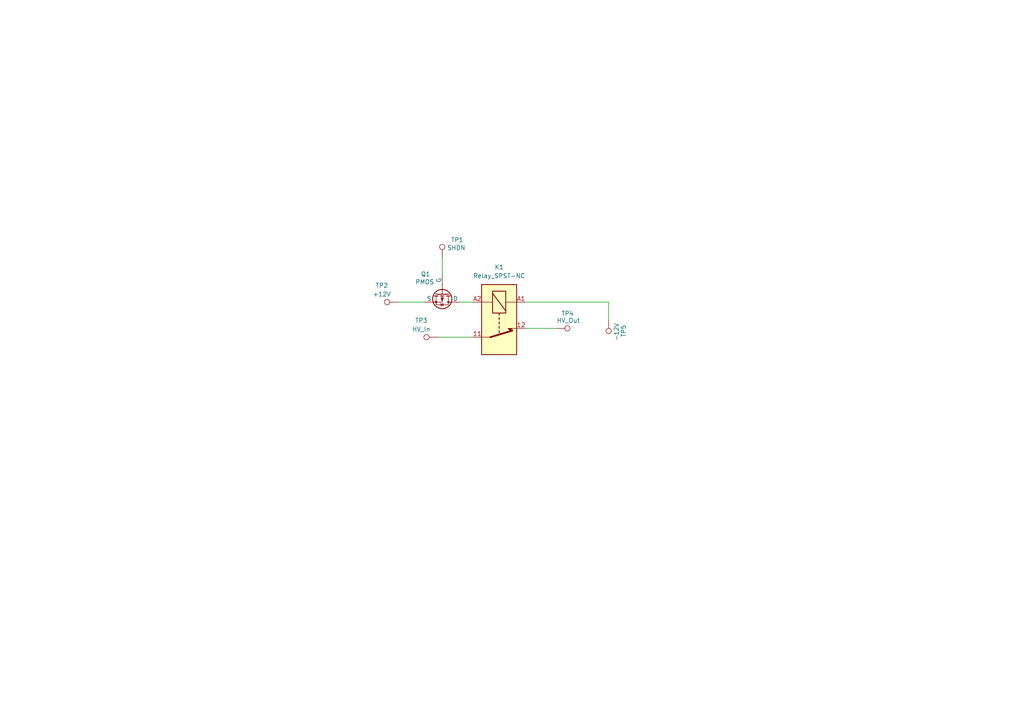
<source format=kicad_sch>
(kicad_sch (version 20250114) (generator "eeschema") (generator_version "9.0")
  (paper "A4")
  (lib_symbols
    (symbol "Connector:TestPoint" (pin_numbers (hide yes)) (pin_names (offset 0.762) (hide yes))
      (property "Reference" "TP" (at 0 6.858 0))
      (property "Value" "TestPoint" (at 0 5.08 0))
      (symbol "TestPoint_0_1"
        (circle (center 0 3.302) (radius 0.762))
      )
      (symbol "TestPoint_1_1"
        (pin passive line (at 0 0 90) (length 2.54) (name "1") (number "1"))
      )
    )
    (symbol "Relay:Relay_SPST-NC"
      (property "Reference" "K" (at 11.43 3.81 0))
      (property "Value" "Relay_SPST-NC" (at 11.43 1.27 0))
      (symbol "Relay_SPST-NC_0_1"
        (rectangle (start -8.255 1.905) (end -1.905 -1.905) (stroke (width 0.254)))
        (polyline (pts (xy -7.62 -1.905) (xy -2.54 1.905)) (stroke (width 0.254)))
        (polyline (pts (xy -5.08 5.08) (xy -5.08 1.905)))
        (polyline (pts (xy -5.08 -5.08) (xy -5.08 -1.905)))
        (polyline (pts (xy -1.905 0) (xy -1.27 0)) (stroke (width 0.254)))
        (polyline (pts (xy -0.635 0) (xy 0 0)) (stroke (width 0.254)))
        (polyline (pts (xy 0.635 0) (xy 1.27 0)) (stroke (width 0.254)))
        (polyline (pts (xy 1.905 0) (xy 2.54 0)) (stroke (width 0.254)))
        (polyline (pts (xy 2.54 5.08) (xy 2.54 2.54) (xy 3.175 3.175) (xy 2.54 3.81)) (fill (type outline)))
        (polyline (pts (xy 3.175 0) (xy 3.81 0)) (stroke (width 0.254)))
        (polyline (pts (xy 5.08 -2.54) (xy 3.175 3.81)) (stroke (width 0.508)))
        (polyline (pts (xy 5.08 -2.54) (xy 5.08 -5.08)))
      )
      (symbol "Relay_SPST-NC_1_1"
        (rectangle (start -10.16 5.08) (end 10.16 -5.08) (stroke (width 0.254)) (fill (type background)))
        (pin passive line (at -5.08 7.62 270) (length 2.54) (name "~") (number "A1"))
        (pin passive line (at -5.08 -7.62 90) (length 2.54) (name "~") (number "A2"))
        (pin passive line (at 2.54 7.62 270) (length 2.54) (name "~") (number "12"))
        (pin passive line (at 5.08 -7.62 90) (length 2.54) (name "~") (number "11"))
      )
    )
    (symbol "Simulation_SPICE:PMOS" (pin_numbers (hide yes)) (pin_names (offset 0))
      (property "Reference" "Q" (at 5.08 1.27 0))
      (property "Value" "PMOS" (at 5.08 -1.27 0))
      (symbol "PMOS_0_1"
        (polyline (pts (xy 0.254 1.905) (xy 0.254 -1.905)) (stroke (width 0.254)))
        (polyline (pts (xy 0.254 0) (xy -2.54 0)))
        (polyline (pts (xy 0.762 2.286) (xy 0.762 1.27)) (stroke (width 0.254)))
        (polyline (pts (xy 0.762 1.778) (xy 3.302 1.778) (xy 3.302 -1.778) (xy 0.762 -1.778)))
        (polyline (pts (xy 0.762 0.508) (xy 0.762 -0.508)) (stroke (width 0.254)))
        (polyline (pts (xy 0.762 -1.27) (xy 0.762 -2.286)) (stroke (width 0.254)))
        (circle (center 1.651 0) (radius 2.794) (stroke (width 0.254)))
        (polyline (pts (xy 2.286 0) (xy 1.27 0.381) (xy 1.27 -0.381) (xy 2.286 0)) (fill (type outline)))
        (polyline (pts (xy 2.54 2.54) (xy 2.54 1.778)))
        (circle (center 2.54 1.778) (radius 0.254) (fill (type outline)))
        (circle (center 2.54 -1.778) (radius 0.254) (fill (type outline)))
        (polyline (pts (xy 2.54 -2.54) (xy 2.54 0) (xy 0.762 0)))
        (polyline (pts (xy 2.794 -0.508) (xy 2.921 -0.381) (xy 3.683 -0.381) (xy 3.81 -0.254)))
        (polyline (pts (xy 3.302 -0.381) (xy 2.921 0.254) (xy 3.683 0.254) (xy 3.302 -0.381)))
      )
      (symbol "PMOS_1_1"
        (pin input line (at -5.08 0 0) (length 2.54) (name "G") (number "2"))
        (pin passive line (at 2.54 5.08 270) (length 2.54) (name "D") (number "1"))
        (pin passive line (at 2.54 -5.08 90) (length 2.54) (name "S") (number "3"))
      )
    )
  )
  (wire (pts (xy 176.53 87.63) (xy 176.53 92.71)))
  (wire (pts (xy 152.4 95.25) (xy 161.29 95.25)))
  (wire (pts (xy 152.4 87.63) (xy 176.53 87.63)))
  (wire (pts (xy 115.57 87.63) (xy 123.19 87.63)))
  (wire (pts (xy 133.35 87.63) (xy 137.16 87.63)))
  (wire (pts (xy 127 97.79) (xy 137.16 97.79)))
  (wire (pts (xy 128.27 74.93) (xy 128.27 80.01)))
  (symbol (lib_id "Connector:TestPoint") (at 127 97.79 90) (unit 1)
    (property "Reference" "TP3" (at 122.174 92.964 90))
    (property "Value" "HV_In" (at 122.174 95.504 90))
    (property "Footprint" "TestPoint:TestPoint_Loop_D1.80mm_Drill1.0mm_Beaded" (effects (hide yes)))
    (property "Description" "test point" (effects (hide yes)))
  )
  (symbol (lib_id "Simulation_SPICE:PMOS") (at 128.27 85.09 270) (unit 1)
    (property "Reference" "Q1" (at 123.444 79.502 90))
    (property "Value" "PMOS" (at 123.19 81.788 90))
    (property "Footprint" "Package_TO_SOT_THT:TO-220-3_Vertical" (effects (hide yes)))
    (property "Datasheet" "https://www.digikey.com/en/products/detail/infineon-technologies/SPP80P06PHXKSA1/2081673?s=N4IgjCBcpgbFoDGUBmBDANgZwKYBoQB7KAbRABYwBmMcgDhAF0CAHAFyhAGU2AnASwB2AcxABfArAAM8aCGSR02fEVIgqdAKxgpVJqw6RufIaIngAnHQsJ5qTLgLFIZKU3MAmGQzkKlj1RcQaQACADV9EHZOAFVBfjYAeRQAWRw0LABXXhxxTzUABRTErncgA" (effects (hide yes)))
    (property "Description" "P-MOSFET transistor, drain/source/gate" (effects (hide yes)))
    (property "Sim.Device" "PMOS" (effects (hide yes)))
    (property "Sim.Type" "VDMOS" (effects (hide yes)))
    (property "Sim.Pins" "1=D 2=G 3=S" (effects (hide yes)))
  )
  (symbol (lib_id "Relay:Relay_SPST-NC") (at 144.78 92.71 270) (unit 1)
    (property "Reference" "K1" (at 144.78 77.47 90))
    (property "Value" "Relay_SPST-NC" (at 144.78 80.01 90))
    (property "Footprint" "Library:Relay_SPST_NC_COMUS" (effects (hide yes)))
    (property "Datasheet" "https://www.digikey.com/en/products/detail/computer-components-inc/3350-4275-126/7515922?_gl=1*5wh8c8*_up*MQ..&gclid=944af406c58c133023ea9ce8197efce6&gclsrc=3p.ds" (effects (hide yes)))
    (property "Description" "Relay SPST, normally closed, EN50005" (effects (hide yes)))
  )
  (symbol (lib_id "Connector:TestPoint") (at 176.53 92.71 180) (unit 1)
    (property "Reference" "TP5" (at 180.848 96.012 90))
    (property "Value" "-12V" (at 178.816 96.266 90))
    (property "Footprint" "TestPoint:TestPoint_Loop_D1.80mm_Drill1.0mm_Beaded" (effects (hide yes)))
    (property "Description" "test point" (effects (hide yes)))
  )
  (symbol (lib_id "Connector:TestPoint") (at 128.27 74.93 0) (unit 1)
    (property "Reference" "TP1" (at 132.588 69.596 0))
    (property "Value" "SHDN" (at 132.334 71.882 0))
    (property "Footprint" "TestPoint:TestPoint_Loop_D1.80mm_Drill1.0mm_Beaded" (effects (hide yes)))
    (property "Description" "test point" (effects (hide yes)))
  )
  (symbol (lib_id "Connector:TestPoint") (at 115.57 87.63 90) (unit 1)
    (property "Reference" "TP2" (at 110.744 82.804 90))
    (property "Value" "+12V" (at 110.744 85.344 90))
    (property "Footprint" "TestPoint:TestPoint_Loop_D1.80mm_Drill1.0mm_Beaded" (effects (hide yes)))
    (property "Description" "test point" (effects (hide yes)))
  )
  (symbol (lib_id "Connector:TestPoint") (at 161.29 95.25 270) (unit 1)
    (property "Reference" "TP4" (at 164.592 90.932 90))
    (property "Value" "HV_Out" (at 164.846 92.964 90))
    (property "Footprint" "TestPoint:TestPoint_Loop_D1.80mm_Drill1.0mm_Beaded" (effects (hide yes)))
    (property "Description" "test point" (effects (hide yes)))
  )
)
</source>
